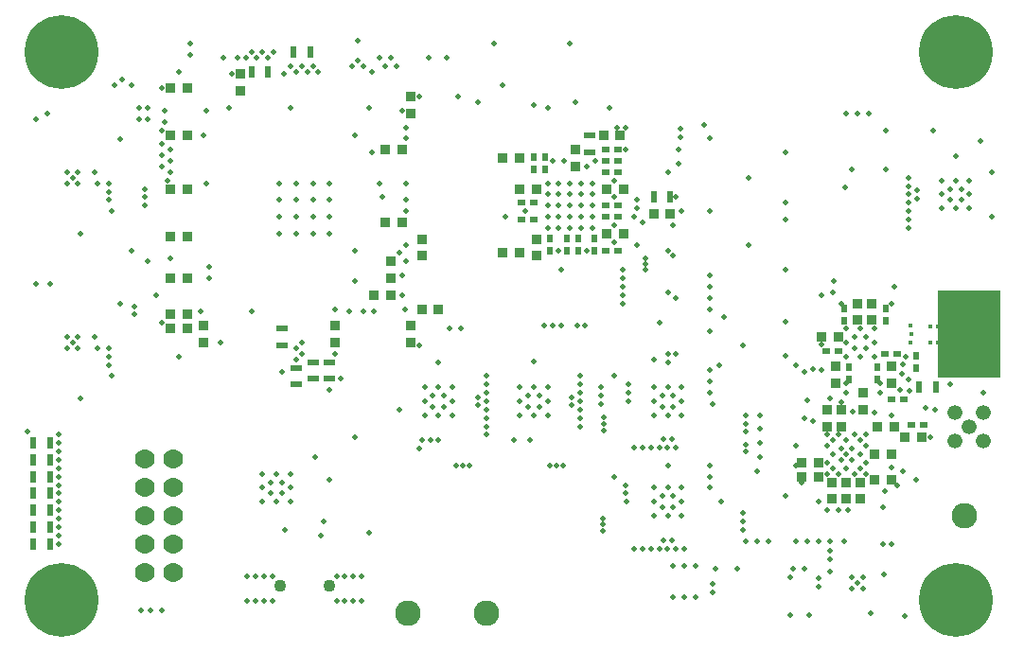
<source format=gbs>
%FSLAX46Y46*%
%MOMM*%
%AMPS18*
1,1,1.326200,0.000000,0.000000*
%
%ADD18PS18*%
%AMPS22*
1,1,2.276200,0.000000,0.000000*
%
%ADD22PS22*%
%AMPS35*
1,1,1.776200,0.000000,0.000000*
%
%ADD35PS35*%
%AMPS33*
1,1,1.776200,0.000000,0.000000*
%
%ADD33PS33*%
%AMPS14*
1,1,2.276200,0.000000,0.000000*
%
%ADD14PS14*%
%AMPS34*
1,1,1.776200,0.000000,0.000000*
%
%ADD34PS34*%
%AMPS19*
1,1,1.326200,0.000000,0.000000*
%
%ADD19PS19*%
%AMPS31*
1,1,1.776200,0.000000,0.000000*
%
%ADD31PS31*%
%AMPS17*
1,1,1.326200,0.000000,0.000000*
%
%ADD17PS17*%
%AMPS32*
1,1,1.776200,0.000000,0.000000*
%
%ADD32PS32*%
%AMPS13*
21,1,0.876200,0.826200,0.000000,0.000000,0.000000*
%
%ADD13PS13*%
%AMPS24*
21,1,0.876200,0.826200,0.000000,0.000000,270.000000*
%
%ADD24PS24*%
%AMPS26*
21,1,0.876200,0.826200,0.000000,0.000000,180.000000*
%
%ADD26PS26*%
%AMPS23*
21,1,0.876200,0.826200,0.000000,0.000000,90.000000*
%
%ADD23PS23*%
%AMPS28*
21,1,0.576200,0.976200,0.000000,0.000000,0.000000*
%
%ADD28PS28*%
%AMPS25*
21,1,0.576200,0.976200,0.000000,0.000000,270.000000*
%
%ADD25PS25*%
%AMPS20*
21,1,0.576200,0.976200,0.000000,0.000000,180.000000*
%
%ADD20PS20*%
%AMPS15*
21,1,0.576200,0.976200,0.000000,0.000000,90.000000*
%
%ADD15PS15*%
%AMPS21*
21,1,0.676200,0.576200,0.000000,0.000000,0.000000*
%
%ADD21PS21*%
%AMPS16*
21,1,0.676200,0.576200,0.000000,0.000000,270.000000*
%
%ADD16PS16*%
%AMPS27*
21,1,0.676200,0.576200,0.000000,0.000000,180.000000*
%
%ADD27PS27*%
%AMPS29*
21,1,0.676200,0.576200,0.000000,0.000000,90.000000*
%
%ADD29PS29*%
%AMPS40*
1,1,0.480000,0.000000,0.000000*
%
%ADD40PS40*%
%AMPS48*
1,1,0.434000,0.000000,0.000000*
%
%ADD48PS48*%
%AMPS44*
1,1,0.434000,0.000000,0.000000*
%
%ADD44PS44*%
%AMPS39*
1,1,0.480000,0.000000,0.000000*
%
%ADD39PS39*%
%AMPS46*
1,1,0.434000,0.000000,0.000000*
%
%ADD46PS46*%
%AMPS45*
1,1,0.440000,0.000000,0.000000*
%
%ADD45PS45*%
%AMPS36*
1,1,0.434000,0.000000,0.000000*
%
%ADD36PS36*%
%AMPS41*
1,1,0.480000,0.000000,0.000000*
%
%ADD41PS41*%
%AMPS43*
1,1,0.434000,0.000000,0.000000*
%
%ADD43PS43*%
%AMPS37*
1,1,0.480000,0.000000,0.000000*
%
%ADD37PS37*%
%AMPS42*
1,1,0.480000,0.000000,0.000000*
%
%ADD42PS42*%
%AMPS47*
1,1,0.434000,0.000000,0.000000*
%
%ADD47PS47*%
%AMPS38*
1,1,0.480000,0.000000,0.000000*
%
%ADD38PS38*%
%AMPS30*
1,1,1.100000,0.000000,0.000000*
%
%ADD30PS30*%
%AMPS12*
1,1,6.600000,0.000000,0.000000*
%
%ADD12PS12*%
%AMPS10*
1,1,6.600000,0.000000,0.000000*
%
%ADD10PS10*%
%AMPS11*
1,1,6.600000,0.000000,0.000000*
%
%ADD11PS11*%
G01*
%LPD*%
G36*
X80460000Y23890000D02*
X80460000Y31610000D01*
X86000000Y31610000D01*
X86000000Y23890000D01*
X80460000Y23890000D01*
D02*
G37*
G01*
%LPD*%
D10*
X82000000Y53000000D03*
D11*
X82000000Y4000000D03*
D11*
X2000000Y4000000D03*
D12*
X2000000Y53000000D03*
D13*
X50800000Y36750000D03*
D13*
X52300000Y36750000D03*
D13*
X11750000Y36500000D03*
D13*
X13250000Y36500000D03*
D14*
X82750000Y11500000D03*
D15*
X24500000Y25250000D03*
D15*
X24500000Y23750000D03*
D16*
X47250000Y36300000D03*
D16*
X47250000Y35200000D03*
D17*
X84520000Y18230000D03*
D17*
X81980000Y18230000D03*
D18*
X81980000Y20770000D03*
D19*
X83250000Y19500000D03*
D18*
X84520000Y20770000D03*
D20*
X-500000Y10500000D03*
D20*
X1000000Y10500000D03*
D21*
X50700000Y43250000D03*
D21*
X51800000Y43250000D03*
D22*
X40000000Y2750000D03*
D23*
X14750000Y27000000D03*
D23*
X14750000Y28500000D03*
D16*
X48250000Y36300000D03*
D16*
X48250000Y35200000D03*
D24*
X72225000Y14500000D03*
D24*
X72225000Y13000000D03*
D13*
X50500000Y45500000D03*
D13*
X52000000Y45500000D03*
D24*
X73475000Y14500000D03*
D24*
X73475000Y13000000D03*
D13*
X11750000Y45500000D03*
D13*
X13250000Y45500000D03*
D24*
X34250000Y36250000D03*
D24*
X34250000Y34750000D03*
D25*
X26000000Y23750000D03*
D25*
X26000000Y25250000D03*
D26*
X35750000Y30000000D03*
D26*
X34250000Y30000000D03*
D23*
X70500000Y19500000D03*
D23*
X70500000Y21000000D03*
D16*
X72500000Y24800000D03*
D16*
X72500000Y23700000D03*
D27*
X44300000Y39500000D03*
D27*
X43200000Y39500000D03*
D13*
X11750000Y32750000D03*
D13*
X13250000Y32750000D03*
D13*
X11750000Y49750000D03*
D13*
X13250000Y49750000D03*
D14*
X33000000Y2750000D03*
D20*
X-500000Y13500000D03*
D20*
X1000000Y13500000D03*
D28*
X20500000Y51250000D03*
D28*
X19000000Y51250000D03*
D24*
X44500000Y36250000D03*
D24*
X44500000Y34750000D03*
D23*
X73750000Y21000000D03*
D23*
X73750000Y22500000D03*
D23*
X31500000Y32750000D03*
D23*
X31500000Y34250000D03*
D26*
X76500000Y19500000D03*
D26*
X75000000Y19500000D03*
D20*
X-500000Y16500000D03*
D20*
X1000000Y16500000D03*
D29*
X75750000Y28950000D03*
D29*
X75750000Y30050000D03*
D13*
X41500000Y35000000D03*
D13*
X43000000Y35000000D03*
D20*
X-500000Y18000000D03*
D20*
X1000000Y18000000D03*
D23*
X71750000Y19500000D03*
D23*
X71750000Y21000000D03*
D27*
X44300000Y38000000D03*
D27*
X43200000Y38000000D03*
D24*
X70975000Y14500000D03*
D24*
X70975000Y13000000D03*
D23*
X74500000Y29000000D03*
D23*
X74500000Y30500000D03*
D20*
X78750000Y23000000D03*
D20*
X80250000Y23000000D03*
D20*
X-500000Y9000000D03*
D20*
X1000000Y9000000D03*
D13*
X74750000Y14750000D03*
D13*
X76250000Y14750000D03*
D13*
X77500000Y18500000D03*
D13*
X79000000Y18500000D03*
D20*
X55000000Y40000000D03*
D20*
X56500000Y40000000D03*
D29*
X72000000Y28950000D03*
D29*
X72000000Y30050000D03*
D26*
X44500000Y40750000D03*
D26*
X43000000Y40750000D03*
D29*
X45250000Y42450000D03*
D29*
X45250000Y43550000D03*
D21*
X50700000Y35250000D03*
D21*
X51800000Y35250000D03*
D15*
X21750000Y28250000D03*
D15*
X21750000Y26750000D03*
D24*
X76250000Y24850000D03*
D24*
X76250000Y23350000D03*
D23*
X48000000Y42750000D03*
D23*
X48000000Y44250000D03*
D20*
X22750000Y53000000D03*
D20*
X24250000Y53000000D03*
D16*
X75000000Y24800000D03*
D16*
X75000000Y23700000D03*
D13*
X50800000Y40750000D03*
D13*
X52300000Y40750000D03*
D27*
X71550000Y26250000D03*
D27*
X70450000Y26250000D03*
D23*
X26500000Y27000000D03*
D23*
X26500000Y28500000D03*
D27*
X79150000Y19650000D03*
D27*
X78050000Y19650000D03*
D30*
X25950000Y5250000D03*
D30*
X21550000Y5250000D03*
D24*
X33250000Y49000000D03*
D24*
X33250000Y47500000D03*
D16*
X49650000Y36300000D03*
D16*
X49650000Y35200000D03*
D16*
X45750000Y36300000D03*
D16*
X45750000Y35200000D03*
D13*
X11750000Y28250000D03*
D13*
X13250000Y28250000D03*
D13*
X11750000Y29500000D03*
D13*
X13250000Y29500000D03*
D21*
X50700000Y44250000D03*
D21*
X51800000Y44250000D03*
D24*
X18000000Y51000000D03*
D24*
X18000000Y49500000D03*
D13*
X31000000Y44250000D03*
D13*
X32500000Y44250000D03*
D23*
X33250000Y27000000D03*
D23*
X33250000Y28500000D03*
D21*
X50700000Y38250000D03*
D21*
X51800000Y38250000D03*
D21*
X75700000Y26000000D03*
D21*
X76800000Y26000000D03*
D26*
X69750000Y15000000D03*
D26*
X68250000Y15000000D03*
D26*
X31500000Y31250000D03*
D26*
X30000000Y31250000D03*
D24*
X71250000Y24850000D03*
D24*
X71250000Y23350000D03*
D16*
X78500000Y25800000D03*
D16*
X78500000Y24700000D03*
D13*
X74750000Y17000000D03*
D13*
X76250000Y17000000D03*
D29*
X44250000Y42450000D03*
D29*
X44250000Y43550000D03*
D20*
X-500000Y12000000D03*
D20*
X1000000Y12000000D03*
D26*
X71500000Y27500000D03*
D26*
X70000000Y27500000D03*
D26*
X69750000Y16250000D03*
D26*
X68250000Y16250000D03*
D13*
X11750000Y40750000D03*
D13*
X13250000Y40750000D03*
D21*
X76300000Y21900000D03*
D21*
X77400000Y21900000D03*
D25*
X23000000Y23250000D03*
D25*
X23000000Y24750000D03*
D21*
X50700000Y39250000D03*
D21*
X51800000Y39250000D03*
D15*
X49250000Y45500000D03*
D15*
X49250000Y44000000D03*
D31*
X12020000Y14040000D03*
D32*
X9480000Y8960000D03*
D33*
X12020000Y6420000D03*
D33*
X9480000Y16580000D03*
D34*
X12020000Y16580000D03*
D32*
X9480000Y11500000D03*
D33*
X9480000Y6420000D03*
D35*
X12020000Y8960000D03*
D32*
X9480000Y14040000D03*
D34*
X12020000Y11500000D03*
D20*
X-500000Y15000000D03*
D20*
X1000000Y15000000D03*
D26*
X56500000Y38500000D03*
D26*
X55000000Y38500000D03*
D23*
X73250000Y29000000D03*
D23*
X73250000Y30500000D03*
D21*
X50700000Y42250000D03*
D21*
X51800000Y42250000D03*
D13*
X41500000Y43500000D03*
D13*
X43000000Y43500000D03*
D13*
X31000000Y37750000D03*
D13*
X32500000Y37750000D03*
D36*
X83425000Y27025000D03*
D37*
X70750000Y8375000D03*
D38*
X17000000Y48000000D03*
D38*
X53500000Y35750000D03*
D38*
X56750000Y7000000D03*
D38*
X74750000Y25750000D03*
D39*
X73000000Y26500000D03*
D39*
X63250000Y19750000D03*
D38*
X74000000Y15250000D03*
D40*
X46738827Y28494557D03*
D38*
X65250000Y9250000D03*
D41*
X1750000Y10500000D03*
D38*
X81500000Y40750000D03*
D37*
X54744557Y17578873D03*
D40*
X69750000Y12750000D03*
D37*
X22500000Y15250000D03*
D41*
X24000000Y51250000D03*
D37*
X9000000Y48000000D03*
D39*
X56750000Y12250000D03*
D38*
X47500000Y40250000D03*
D42*
X81500000Y39750000D03*
D38*
X71000000Y31500000D03*
D42*
X32822488Y39750000D03*
D37*
X50500000Y20275000D03*
D37*
X34500000Y23000000D03*
D39*
X75500000Y9000000D03*
D40*
X35750000Y18250000D03*
D40*
X70000000Y26850000D03*
D38*
X63500000Y41750000D03*
D39*
X27375000Y6125000D03*
D38*
X57500000Y23000000D03*
D40*
X71100000Y32500000D03*
D37*
X63250000Y19000000D03*
D37*
X43000000Y21750000D03*
D38*
X26530000Y26000000D03*
D38*
X60000000Y23500000D03*
D38*
X71750000Y30500000D03*
D42*
X77250000Y15500000D03*
D38*
X1750000Y14250000D03*
D38*
X71500000Y12000000D03*
D40*
X70500000Y18750000D03*
D38*
X36250000Y22250000D03*
D38*
X63000000Y11750000D03*
D42*
X55000000Y23000000D03*
D39*
X40750000Y53750000D03*
D38*
X37750000Y28250000D03*
D39*
X56250000Y11500000D03*
D40*
X21500000Y39750000D03*
D38*
X46750000Y33550000D03*
D38*
X34500000Y21750000D03*
D38*
X68500000Y6750000D03*
D38*
X73250000Y5500000D03*
D38*
X28250000Y35250000D03*
D38*
X32750000Y30000000D03*
D36*
X85175000Y28475000D03*
D38*
X60000000Y32000000D03*
D38*
X84500000Y22500000D03*
D39*
X46500000Y37250000D03*
D38*
X60000000Y15000000D03*
D37*
X48125000Y28494557D03*
D42*
X84250000Y45000000D03*
D38*
X72750000Y16500000D03*
D38*
X52536657Y12768328D03*
D38*
X58750000Y7000000D03*
D38*
X73750000Y6000000D03*
D42*
X49500000Y40250000D03*
D39*
X54250000Y34500000D03*
D40*
X77500000Y2500000D03*
D37*
X22500000Y51750000D03*
D38*
X30500000Y41250000D03*
D39*
X55000000Y11500000D03*
D39*
X28875000Y3875000D03*
D38*
X57500000Y12750000D03*
D38*
X29000000Y29750000D03*
D38*
X49500000Y41250000D03*
D37*
X71000000Y17000000D03*
D37*
X52500000Y44250000D03*
D40*
X68500000Y20250000D03*
D39*
X55494557Y8578873D03*
D41*
X32822488Y41250000D03*
D38*
X73000000Y15250000D03*
D38*
X55000000Y20500000D03*
D38*
X15250000Y33750000D03*
D37*
X53250000Y38250000D03*
D37*
X60000000Y14000000D03*
D40*
X52499129Y13517391D03*
D39*
X49500000Y37250000D03*
D38*
X21935000Y51000000D03*
D38*
X11000000Y43750000D03*
D40*
X34500000Y20500000D03*
D40*
X35250000Y22250000D03*
D40*
X35750000Y20500000D03*
D37*
X9109418Y3000000D03*
D39*
X70500000Y17750000D03*
D41*
X71750000Y17500000D03*
D38*
X26500000Y30000000D03*
D43*
X79750000Y27025000D03*
D39*
X52250000Y31250000D03*
D38*
X6250000Y25000000D03*
D38*
X76250000Y20500000D03*
D38*
X82049265Y43700735D03*
D38*
X25250000Y9750000D03*
D37*
X83250000Y39000000D03*
D38*
X77828873Y38005443D03*
D38*
X11000000Y46000000D03*
D37*
X67750000Y17750000D03*
D37*
X45500000Y40250000D03*
D38*
X29500000Y48000000D03*
D38*
X66750000Y13250000D03*
D38*
X75250000Y23350000D03*
D37*
X36750000Y28250000D03*
D37*
X43750000Y22250000D03*
D39*
X78578873Y39880443D03*
D37*
X57750000Y4250000D03*
D40*
X5000056Y42250056D03*
D38*
X56250000Y25250000D03*
D38*
X40000000Y21750000D03*
D38*
X56250000Y42250000D03*
D38*
X72250000Y28250000D03*
D44*
X78000000Y28500000D03*
D40*
X55750000Y12250000D03*
D38*
X71000000Y15750000D03*
D38*
X47500000Y37250000D03*
D38*
X3750000Y22024999D03*
D40*
X34000000Y49000000D03*
D40*
X26625000Y6125000D03*
D38*
X-250000Y47000000D03*
D39*
X24500000Y36750000D03*
D41*
X70500000Y12000000D03*
D37*
X43000000Y20500000D03*
D37*
X77504056Y25762304D03*
D40*
X48875000Y28494557D03*
D40*
X27000000Y23750000D03*
D38*
X48421127Y20244557D03*
D40*
X7250000Y45238045D03*
D38*
X1750000Y12000000D03*
D36*
X82925000Y27025000D03*
D38*
X74000000Y17750000D03*
D37*
X66750000Y44000000D03*
D38*
X73500000Y25750000D03*
D37*
X1750000Y15000000D03*
D39*
X72750000Y6000000D03*
D38*
X18625000Y3875000D03*
D38*
X56750000Y4250000D03*
D37*
X64500000Y20500000D03*
D37*
X76500000Y32000000D03*
D39*
X71500000Y15250000D03*
D38*
X37900000Y16000000D03*
D37*
X53500000Y39000000D03*
D40*
X37300000Y16000000D03*
D39*
X60500000Y6750000D03*
D38*
X37000000Y20500000D03*
D36*
X81175000Y27025000D03*
D37*
X46500000Y35250000D03*
D42*
X53250000Y17578873D03*
D38*
X48500000Y38250000D03*
D38*
X63198531Y17244041D03*
D41*
X21250000Y12750000D03*
D37*
X56619557Y9328873D03*
D38*
X43000000Y23000000D03*
D38*
X74000000Y16250000D03*
D40*
X63250000Y9250000D03*
D42*
X70750000Y6500000D03*
D39*
X47500000Y53750000D03*
D38*
X46313827Y15994557D03*
D38*
X56250000Y23000000D03*
D39*
X9750000Y48000000D03*
D39*
X54250000Y33500000D03*
D38*
X52750000Y22500000D03*
D39*
X3500000Y27500000D03*
D38*
X63000000Y26750000D03*
D38*
X50250000Y23000000D03*
D37*
X82000000Y39000000D03*
D37*
X35000000Y18250000D03*
D40*
X77828873Y37255443D03*
D37*
X82000000Y41500000D03*
D38*
X45500000Y38250000D03*
D38*
X26000000Y39750000D03*
D38*
X77850000Y22650000D03*
D40*
X54250000Y34000000D03*
D37*
X27375000Y3875000D03*
D38*
X76250000Y30500000D03*
D38*
X57500000Y11500000D03*
D42*
X72250000Y27000000D03*
D38*
X25500000Y11000000D03*
D38*
X71750000Y16500000D03*
D38*
X23500000Y26000000D03*
D37*
X51500000Y24000000D03*
D38*
X35750000Y25250000D03*
D38*
X53250000Y8578873D03*
D41*
X55000000Y21750000D03*
D38*
X29750000Y44000000D03*
D38*
X63198531Y17819041D03*
D38*
X56994557Y8578873D03*
D38*
X19500000Y52500000D03*
D39*
X60250000Y21500000D03*
D37*
X51750000Y46250000D03*
D41*
X60250000Y4625000D03*
D40*
X80750000Y41500000D03*
D38*
X26625000Y3875000D03*
D38*
X46500000Y40250000D03*
D38*
X67500000Y6750000D03*
D40*
X67250000Y6000000D03*
D38*
X78578873Y40630443D03*
D37*
X5250000Y41238045D03*
D40*
X51500000Y40000000D03*
D37*
X77828873Y38755443D03*
D38*
X85250000Y38250000D03*
D38*
X45500000Y21750000D03*
D38*
X51500000Y36000000D03*
D40*
X76250000Y9000000D03*
D41*
X3500000Y41250000D03*
D38*
X49000000Y42750000D03*
D39*
X21000000Y53000000D03*
D39*
X73500000Y18250000D03*
D38*
X1750000Y18750000D03*
D38*
X16500000Y52500000D03*
D38*
X45738827Y15994557D03*
D41*
X68250000Y14500000D03*
D38*
X1750000Y17250000D03*
D37*
X43750000Y21250000D03*
D39*
X35750000Y23000000D03*
D41*
X2500000Y41250000D03*
D38*
X80750000Y39000000D03*
D39*
X66750000Y33500000D03*
D40*
X49750000Y43250000D03*
D39*
X38500000Y16000000D03*
D41*
X72250000Y22550000D03*
D42*
X31000000Y51750000D03*
D39*
X55750000Y13250000D03*
D38*
X49500000Y39250000D03*
D37*
X51000000Y48000000D03*
D37*
X40000000Y18750000D03*
D40*
X64500000Y16750000D03*
D37*
X57500000Y21750000D03*
D39*
X73000000Y18750000D03*
D37*
X81500000Y23250000D03*
D39*
X9000000Y47000000D03*
D38*
X9500000Y40000000D03*
D38*
X50475000Y10700000D03*
D40*
X6500000Y24000000D03*
D37*
X26000000Y41250000D03*
D38*
X69775000Y5125000D03*
D39*
X73500000Y28250000D03*
D40*
X72125000Y40900000D03*
D42*
X28875000Y6125000D03*
D38*
X20000000Y15250000D03*
D39*
X48421127Y21744557D03*
D38*
X20750000Y13500000D03*
D40*
X8250000Y50000000D03*
D38*
X77269235Y25050011D03*
D38*
X63500000Y35750000D03*
D38*
X60000000Y45250000D03*
D38*
X7469668Y50530332D03*
D38*
X57383184Y46125000D03*
D38*
X74449990Y2750000D03*
D37*
X19000000Y53000000D03*
D38*
X13500000Y52750000D03*
D38*
X1750000Y15750000D03*
D40*
X72000000Y9250000D03*
D37*
X79750000Y18500000D03*
D38*
X63000000Y10250000D03*
D37*
X53994557Y8578873D03*
D37*
X73750000Y5000000D03*
D37*
X28125000Y6125000D03*
D37*
X48500000Y41250000D03*
D38*
X14750000Y45500000D03*
D40*
X53994557Y17578873D03*
D42*
X62480000Y6770000D03*
D38*
X2500000Y42250000D03*
D39*
X21750000Y24350030D03*
D38*
X54744557Y8578873D03*
D38*
X61051469Y12750000D03*
D37*
X77828873Y41755443D03*
D39*
X26000000Y36750000D03*
D38*
X52250000Y32000000D03*
D39*
X75500000Y12250000D03*
D41*
X45500000Y48000000D03*
D42*
X40000000Y21000000D03*
D41*
X21750000Y13500000D03*
D38*
X32500000Y47750000D03*
D41*
X18500000Y52500000D03*
D38*
X72250000Y18250000D03*
D37*
X55000000Y25500000D03*
D38*
X51500000Y41500000D03*
D40*
X56994557Y17578873D03*
D38*
X55494557Y17578873D03*
D37*
X69250000Y20000000D03*
D37*
X56250000Y31500000D03*
D38*
X37000000Y23000000D03*
D45*
X78025000Y27750000D03*
D38*
X11250000Y47750000D03*
D38*
X74750000Y28250000D03*
D42*
X56750000Y21250000D03*
D38*
X45238827Y28494557D03*
D38*
X56619557Y18328873D03*
D41*
X6250000Y40488045D03*
D41*
X70750000Y22000000D03*
D38*
X50475000Y10125000D03*
D38*
X61250000Y29250000D03*
D37*
X36500000Y52500000D03*
D38*
X45500000Y41250000D03*
D38*
X77050000Y22725000D03*
D42*
X44250000Y20500000D03*
D37*
X57000000Y26000000D03*
D40*
X23000000Y51250000D03*
D39*
X60000000Y38750000D03*
D41*
X21750000Y14500000D03*
D37*
X24500000Y38250000D03*
D40*
X44250000Y25301469D03*
D37*
X11000000Y44750000D03*
D38*
X57500000Y14000000D03*
D37*
X20125000Y3875000D03*
D38*
X80149999Y21000000D03*
D38*
X45500000Y39250000D03*
D40*
X52500000Y46250000D03*
D37*
X30000000Y29750000D03*
D38*
X32822488Y38750000D03*
D38*
X44250000Y23000000D03*
D39*
X50500000Y19125000D03*
D40*
X46000000Y43250000D03*
D37*
X82500000Y39750000D03*
D38*
X32500000Y33000000D03*
D37*
X12500000Y25750000D03*
D38*
X52750000Y21750000D03*
D38*
X-250000Y32250000D03*
D37*
X56250000Y35250000D03*
D38*
X9500000Y39250000D03*
D37*
X66750000Y28850000D03*
D38*
X72250000Y47500000D03*
D37*
X77828873Y41005443D03*
D41*
X39250000Y22125000D03*
D37*
X44750000Y21250000D03*
D38*
X24750000Y16750000D03*
D40*
X3500000Y26500000D03*
D43*
X82925000Y28475000D03*
D38*
X16250000Y27000000D03*
D41*
X32500000Y31250000D03*
D42*
X19375000Y6125000D03*
D38*
X72750000Y5000000D03*
D42*
X71500000Y18750000D03*
D41*
X77828873Y39505443D03*
D37*
X75750000Y46000000D03*
D37*
X71750000Y21621350D03*
D37*
X3750000Y36750000D03*
D40*
X72750000Y42500000D03*
D38*
X37500000Y49000000D03*
D37*
X39250000Y48500000D03*
D40*
X50250000Y22250000D03*
D38*
X1000000Y32250000D03*
D38*
X74000000Y18750000D03*
D37*
X59500000Y46500000D03*
D39*
X72250000Y23350000D03*
D38*
X55000000Y14000000D03*
D42*
X1750000Y11250000D03*
D40*
X56750000Y37500000D03*
D39*
X11000000Y3000000D03*
D38*
X1750000Y16500000D03*
D37*
X3000000Y41750000D03*
D42*
X28250000Y18500000D03*
D39*
X11000000Y49750000D03*
D38*
X48421127Y20994557D03*
D40*
X41500000Y50000000D03*
D38*
X47000000Y43250000D03*
D38*
X34000000Y26750000D03*
D38*
X42488827Y18244557D03*
D43*
X79750000Y28475000D03*
D38*
X12500000Y51250000D03*
D38*
X2500000Y27500000D03*
D38*
X45500000Y20500000D03*
D39*
X32822488Y34250000D03*
D38*
X66750000Y25850000D03*
D38*
X74000000Y26500000D03*
D42*
X11750000Y43250000D03*
D37*
X50475000Y11275000D03*
D38*
X75705546Y13668043D03*
D41*
X1750000Y12750000D03*
D37*
X28250000Y45500000D03*
D46*
X80425000Y27025000D03*
D38*
X15250000Y32750000D03*
D38*
X56244557Y17578873D03*
D40*
X45500000Y23000000D03*
D40*
X23000000Y41250000D03*
D38*
X32000000Y51750000D03*
D40*
X6250000Y25750000D03*
D38*
X70500000Y15250000D03*
D37*
X47671127Y22119557D03*
D38*
X20000000Y12750000D03*
D37*
X21500000Y41250000D03*
D38*
X74750000Y27000000D03*
D38*
X63000000Y11000000D03*
D41*
X17250000Y51000000D03*
D38*
X64500000Y19250000D03*
D38*
X11500000Y41500000D03*
D38*
X60900000Y25000000D03*
D38*
X44250000Y48250000D03*
D38*
X9750000Y47000000D03*
D42*
X67750000Y25000000D03*
D37*
X750000Y47500000D03*
D39*
X48421127Y22494557D03*
D38*
X9750000Y34250000D03*
D40*
X41750000Y38250000D03*
D38*
X29750000Y51250000D03*
D38*
X75250000Y22550000D03*
D39*
X30500000Y52500000D03*
D38*
X70000000Y24510022D03*
D38*
X67250000Y2570011D03*
D38*
X75607112Y6250000D03*
D38*
X52250000Y33500000D03*
D37*
X10000000Y3000000D03*
D38*
X55869557Y9328873D03*
D38*
X49000000Y35250000D03*
D37*
X23000000Y26500000D03*
D47*
X78000000Y27000000D03*
D37*
X46500000Y38250000D03*
D40*
X48421127Y19494557D03*
D39*
X28500000Y52250000D03*
D37*
X44750000Y22250000D03*
D38*
X75750000Y42500000D03*
D39*
X28250000Y32500000D03*
D41*
X50250000Y21500000D03*
D38*
X5000000Y27500000D03*
D38*
X29500000Y10000000D03*
D37*
X27750000Y29750000D03*
D38*
X48500000Y37250000D03*
D41*
X60000000Y28000000D03*
D37*
X70750000Y7625000D03*
D37*
X37000000Y21750000D03*
D38*
X72250000Y25750000D03*
D39*
X48500000Y39250000D03*
D38*
X64250000Y15500000D03*
D36*
X80425000Y28475000D03*
D39*
X56750000Y22250000D03*
D37*
X56250000Y16000000D03*
D40*
X23000000Y39750000D03*
D38*
X72350000Y12000000D03*
D38*
X76750000Y14250000D03*
D38*
X56250000Y14000000D03*
D40*
X40000000Y22500000D03*
D41*
X60000000Y31000000D03*
D37*
X11000000Y28750000D03*
D38*
X49500000Y38250000D03*
D38*
X57744557Y8578873D03*
D39*
X23000000Y36750000D03*
D39*
X20000000Y14000000D03*
D39*
X8250000Y35250000D03*
D39*
X6250000Y41238045D03*
D38*
X34000000Y17500000D03*
D40*
X52500000Y14250000D03*
D38*
X69250000Y24600000D03*
D38*
X1750000Y13500000D03*
D39*
X77780986Y23720777D03*
D39*
X72750000Y17500000D03*
D37*
X54000000Y37750000D03*
D38*
X70000008Y31250000D03*
D38*
X48500000Y40250000D03*
D38*
X36250000Y21250000D03*
D38*
X45988827Y28494557D03*
D38*
X28125000Y3875000D03*
D38*
X72782418Y20853148D03*
D38*
X56750000Y13250000D03*
D40*
X47671127Y21369557D03*
D38*
X60000000Y16000000D03*
D42*
X5250000Y26500000D03*
D47*
X81175000Y28475000D03*
D37*
X64500000Y18000000D03*
D38*
X73500000Y17000000D03*
D41*
X55000000Y12750000D03*
D37*
X11750000Y44250000D03*
D39*
X40000000Y24000000D03*
D38*
X28500000Y54000000D03*
D38*
X29000000Y51750000D03*
D40*
X55750000Y21250000D03*
D38*
X67679991Y16000000D03*
D41*
X60000000Y33000000D03*
D37*
X31500000Y52500000D03*
D38*
X20500000Y52500000D03*
D42*
X15000000Y41250000D03*
D40*
X66750000Y38000000D03*
D38*
X8500000Y30250000D03*
D38*
X77828873Y40255443D03*
D40*
X3500000Y42250000D03*
D38*
X6750000Y50000000D03*
D40*
X57383184Y45375000D03*
D38*
X85250000Y42250000D03*
D38*
X40000000Y19500000D03*
D37*
X32250000Y21000000D03*
D40*
X23500000Y27000000D03*
D38*
X51500000Y37500000D03*
D40*
X24500000Y39750000D03*
D37*
X48421127Y23994557D03*
D37*
X8500000Y29500000D03*
D40*
X1750000Y9000000D03*
D37*
X45500000Y37250000D03*
D38*
X52250000Y32750000D03*
D37*
X70750000Y9250000D03*
D37*
X46500000Y41250000D03*
D42*
X46500000Y39250000D03*
D38*
X22000000Y10250000D03*
D37*
X43500000Y38750000D03*
D37*
X51500000Y15000000D03*
D40*
X72250000Y15750000D03*
D40*
X57750000Y7000000D03*
D38*
X68750000Y9250000D03*
D38*
X53500000Y39750000D03*
D41*
X52750000Y23250000D03*
D39*
X47500000Y38250000D03*
D37*
X23000000Y25500000D03*
D37*
X46888827Y15994557D03*
D38*
X24500000Y41250000D03*
D40*
X39250000Y21375000D03*
D38*
X60250000Y5375000D03*
D37*
X80750000Y40250000D03*
D38*
X60000000Y30000000D03*
D37*
X73250000Y47500000D03*
D38*
X14500000Y29750000D03*
D38*
X19000000Y29750000D03*
D38*
X21500000Y38250000D03*
D41*
X32280001Y35000000D03*
D37*
X21250000Y15250000D03*
D40*
X13500000Y53750000D03*
D38*
X20875000Y3875000D03*
D40*
X50500000Y19700000D03*
D41*
X24500000Y51750000D03*
D38*
X66750000Y39500000D03*
D38*
X57500000Y38750000D03*
D37*
X56244557Y8578873D03*
D38*
X22500000Y14000000D03*
D37*
X1750000Y9750000D03*
D38*
X26000000Y38250000D03*
D38*
X34250000Y18250000D03*
D38*
X20875000Y6125000D03*
D40*
X74250000Y47500000D03*
D48*
X83425000Y28475000D03*
D38*
X32822488Y35750000D03*
D38*
X73000000Y27500000D03*
D38*
X6500000Y38738045D03*
D38*
X23500000Y51750000D03*
D37*
X2500000Y26500000D03*
D39*
X30750000Y39999989D03*
D38*
X11750000Y42250000D03*
D38*
X55500000Y28750000D03*
D38*
X3000000Y27000000D03*
D38*
X20125000Y6125000D03*
D37*
X17750000Y52500000D03*
D38*
X56250000Y20500000D03*
D38*
X52250000Y30500000D03*
D38*
X73500000Y15750000D03*
D38*
X70500000Y16250000D03*
D40*
X40000000Y23250000D03*
D40*
X48000000Y48500000D03*
D38*
X57250000Y44250000D03*
D38*
X60000000Y22500000D03*
D38*
X1750000Y18000000D03*
D38*
X22500000Y48000000D03*
D37*
X56250000Y26000000D03*
D37*
X-1000031Y19000000D03*
D38*
X25000000Y51250000D03*
D38*
X7250000Y30500000D03*
D39*
X22500000Y12750000D03*
D38*
X57500000Y20500000D03*
D38*
X9500000Y40750000D03*
D40*
X11250000Y46750000D03*
D37*
X35250000Y21250000D03*
D38*
X57250000Y43000000D03*
D41*
X11750000Y34500000D03*
D37*
X47500000Y39250000D03*
D39*
X6250000Y39738045D03*
D38*
X6250000Y26500000D03*
D38*
X19375000Y3875000D03*
D37*
X34869654Y52500000D03*
D39*
X80000000Y46000000D03*
D39*
X67750000Y9250000D03*
D38*
X26000000Y14750000D03*
D38*
X83250000Y41500000D03*
D38*
X60000000Y24500000D03*
D38*
X32822488Y46250000D03*
D38*
X28000000Y51750000D03*
D41*
X68750000Y21850000D03*
D39*
X43963343Y18268328D03*
D38*
X48421127Y23244557D03*
D38*
X55750000Y22250000D03*
D37*
X11000000Y42750000D03*
D37*
X57000000Y40000000D03*
D37*
X74000000Y27500000D03*
D41*
X72250000Y17000000D03*
D43*
X85175000Y27025000D03*
D38*
X69750000Y9250000D03*
D38*
X68469668Y24380332D03*
D38*
X18625000Y6125000D03*
D38*
X82500000Y40750000D03*
D41*
X79350000Y21150000D03*
D37*
X76250000Y15850000D03*
D38*
X32822488Y45250000D03*
D42*
X21500000Y36750000D03*
D38*
X69775000Y5875000D03*
D37*
X71000000Y18250000D03*
D37*
X74750000Y20750000D03*
D40*
X77235358Y24235358D03*
D37*
X56750000Y34750000D03*
D38*
X26000000Y22750000D03*
D38*
X64250000Y9250000D03*
D38*
X55869557Y18328873D03*
D37*
X47500000Y41250000D03*
D37*
X20750000Y14500000D03*
D37*
X23000000Y38250000D03*
D38*
X15000000Y47750000D03*
D40*
X68932925Y2570009D03*
D37*
X58750000Y4250000D03*
D38*
X78500000Y14750000D03*
D38*
X10500000Y31250000D03*
D37*
X40000000Y20250000D03*
D37*
X57000000Y31000000D03*
D38*
X83250000Y40250000D03*
D37*
X63250000Y20500000D03*
D38*
X20000000Y53000000D03*
M02*

</source>
